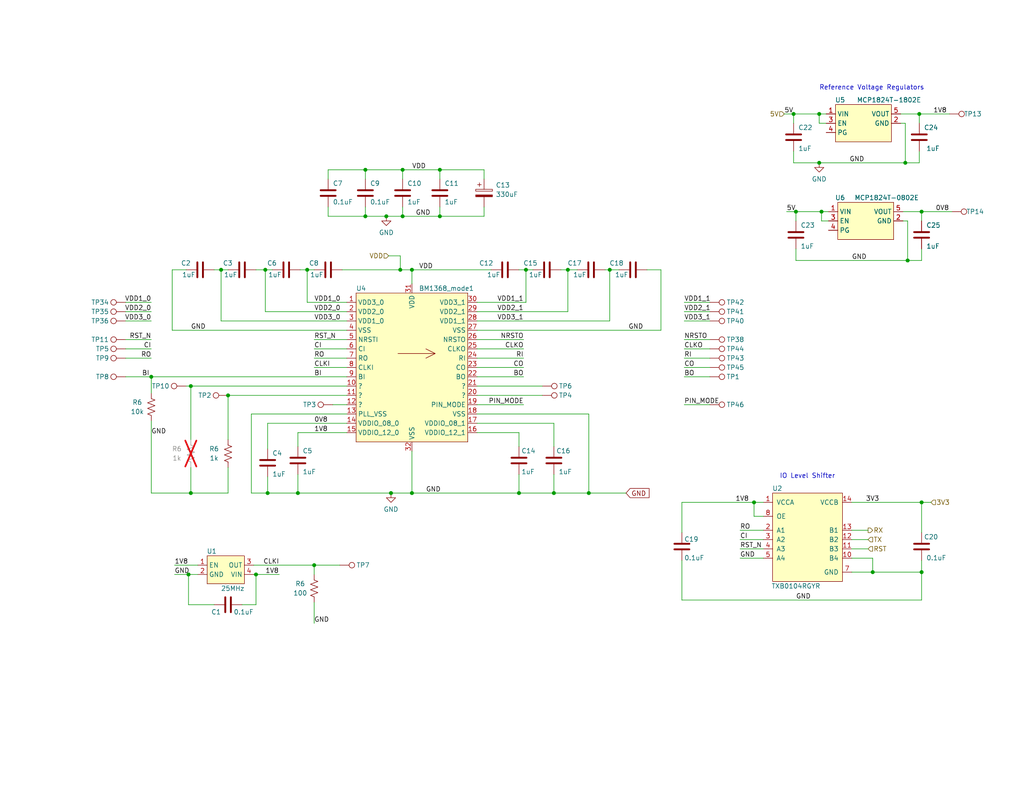
<source format=kicad_sch>
(kicad_sch (version 20230121) (generator eeschema)
  (paper "A")
  (title_block (title "Bitaxe Supra") (date "2024-01-23") (rev "400"))
  (lib_symbols
    (symbol "Connector:TestPoint" (pin_numbers hide) (pin_names (offset 0.762) hide)
      (property "Reference" "TP" (at 0 6.858 0))
      (property "Value" "TestPoint" (at 0 5.08 0))
      (symbol "TestPoint_0_1"
        (circle (center 0 3.302) (radius 0.762))
      )
      (symbol "TestPoint_1_1"
        (pin passive line (at 0 0 90) (length 2.54) (name "1") (number "1"))
      )
    )
    (symbol "Device:C" (pin_numbers hide) (pin_names (offset 0.254))
      (property "Reference" "C" (at 0.635 2.54 0))
      (property "Value" "C" (at 0.635 -2.54 0))
      (symbol "C_0_1"
        (polyline (pts (xy -2.032 -0.762) (xy 2.032 -0.762)) (stroke (width 0.508)))
        (polyline (pts (xy -2.032 0.762) (xy 2.032 0.762)) (stroke (width 0.508)))
      )
      (symbol "C_1_1"
        (pin passive line (at 0 3.81 270) (length 2.794) (name "~") (number "1"))
        (pin passive line (at 0 -3.81 90) (length 2.794) (name "~") (number "2"))
      )
    )
    (symbol "Device:C_Polarized" (pin_numbers hide) (pin_names (offset 0.254))
      (property "Reference" "C" (at 0.635 2.54 0))
      (property "Value" "C_Polarized" (at 0.635 -2.54 0))
      (symbol "C_Polarized_0_1"
        (rectangle (start -2.286 0.508) (end 2.286 1.016))
        (polyline (pts (xy -1.778 2.286) (xy -0.762 2.286)))
        (polyline (pts (xy -1.27 2.794) (xy -1.27 1.778)))
        (rectangle (start 2.286 -0.508) (end -2.286 -1.016) (fill (type outline)))
      )
      (symbol "C_Polarized_1_1"
        (pin passive line (at 0 3.81 270) (length 2.794) (name "~") (number "1"))
        (pin passive line (at 0 -3.81 90) (length 2.794) (name "~") (number "2"))
      )
    )
    (symbol "Device:R_US" (pin_numbers hide) (pin_names (offset 0))
      (property "Reference" "R" (at 2.54 0 90))
      (property "Value" "R_US" (at -2.54 0 90))
      (symbol "R_US_0_1"
        (polyline (pts (xy 0 -2.286) (xy 0 -2.54)))
        (polyline (pts (xy 0 2.286) (xy 0 2.54)))
        (polyline (pts (xy 0 -0.762) (xy 1.016 -1.143) (xy 0 -1.524) (xy -1.016 -1.905) (xy 0 -2.286)))
        (polyline (pts (xy 0 0.762) (xy 1.016 0.381) (xy 0 0) (xy -1.016 -0.381) (xy 0 -0.762)))
        (polyline (pts (xy 0 2.286) (xy 1.016 1.905) (xy 0 1.524) (xy -1.016 1.143) (xy 0 0.762)))
      )
      (symbol "R_US_1_1"
        (pin passive line (at 0 3.81 270) (length 1.27) (name "~") (number "1"))
        (pin passive line (at 0 -3.81 90) (length 1.27) (name "~") (number "2"))
      )
    )
    (symbol "MCP1824_1"
      (property "Reference" "U" (at -7.62 5.08 0))
      (property "Value" "MCP1824_1" (at 5.08 5.08 0))
      (symbol "MCP1824_1_0_1"
        (rectangle (start -7.62 3.81) (end 7.62 -6.35) (stroke (width 0.1524)) (fill (type background)))
      )
      (symbol "MCP1824_1_1_0"
        (pin bidirectional line (at -10.16 1.27 0) (length 2.54) (name "VIN") (number "1"))
        (pin bidirectional line (at 10.16 -1.27 180) (length 2.54) (name "GND") (number "2"))
        (pin bidirectional line (at -10.16 -1.27 0) (length 2.54) (name "EN") (number "3"))
        (pin bidirectional line (at -10.16 -3.81 0) (length 2.54) (name "PG") (number "4"))
        (pin bidirectional line (at 10.16 1.27 180) (length 2.54) (name "VOUT") (number "5"))
      )
    )
    (symbol "bitaxe:BM1368_mode1"
      (property "Reference" "U" (at -13.97 21.59 0))
      (property "Value" "BM1368_mode1" (at 11.43 21.59 0))
      (symbol "BM1368_mode1_0_1"
        (rectangle (start -15.24 20.32) (end 15.24 -20.32) (fill (type background)))
        (polyline (pts (xy -3.81 3.81) (xy 6.35 3.81)))
        (polyline (pts (xy 3.81 2.54) (xy 6.35 3.81)))
        (polyline (pts (xy 3.81 5.08) (xy 6.35 3.81)))
      )
      (symbol "BM1368_mode1_1_1"
        (pin power_in line (at -17.78 17.78 0) (length 2.54) (name "VDD3_0") (number "1"))
        (pin unspecified line (at -17.78 -5.08 0) (length 2.54) (name "?") (number "10"))
        (pin unspecified line (at -17.78 -7.62 0) (length 2.54) (name "?") (number "11"))
        (pin unspecified line (at -17.78 -10.16 0) (length 2.54) (name "?") (number "12"))
        (pin power_in line (at -17.78 -12.7 0) (length 2.54) (name "PLL_VSS") (number "13"))
        (pin power_in line (at -17.78 -15.24 0) (length 2.54) (name "VDDIO_08_0") (number "14"))
        (pin power_in line (at -17.78 -17.78 0) (length 2.54) (name "VDDIO_12_0") (number "15"))
        (pin power_in line (at 17.78 -17.78 180) (length 2.54) (name "VDDIO_12_1") (number "16"))
        (pin power_in line (at 17.78 -15.24 180) (length 2.54) (name "VDDIO_08_1") (number "17"))
        (pin power_in line (at 17.78 -12.7 180) (length 2.54) (name "VSS") (number "18"))
        (pin input line (at 17.78 -10.16 180) (length 2.54) (name "PIN_MODE") (number "19"))
        (pin power_in line (at -17.78 15.24 0) (length 2.54) (name "VDD2_0") (number "2"))
        (pin unspecified line (at 17.78 -7.62 180) (length 2.54) (name "?") (number "20"))
        (pin unspecified line (at 17.78 -5.08 180) (length 2.54) (name "?") (number "21"))
        (pin output line (at 17.78 -2.54 180) (length 2.54) (name "BO") (number "22"))
        (pin output line (at 17.78 0 180) (length 2.54) (name "CO") (number "23"))
        (pin input line (at 17.78 2.54 180) (length 2.54) (name "RI") (number "24"))
        (pin output line (at 17.78 5.08 180) (length 2.54) (name "CLKO") (number "25"))
        (pin output line (at 17.78 7.62 180) (length 2.54) (name "NRSTO") (number "26"))
        (pin power_in line (at 17.78 10.16 180) (length 2.54) (name "VSS") (number "27"))
        (pin power_in line (at 17.78 12.7 180) (length 2.54) (name "VDD1_1") (number "28"))
        (pin power_in line (at 17.78 15.24 180) (length 2.54) (name "VDD2_1") (number "29"))
        (pin power_in line (at -17.78 12.7 0) (length 2.54) (name "VDD1_0") (number "3"))
        (pin power_in line (at 17.78 17.78 180) (length 2.54) (name "VDD3_1") (number "30"))
        (pin power_in line (at 0 22.86 270) (length 2.54) (name "VDD") (number "31"))
        (pin power_in line (at 0 -22.86 90) (length 2.54) (name "VSS") (number "32"))
        (pin power_in line (at -17.78 10.16 0) (length 2.54) (name "VSS") (number "4"))
        (pin input line (at -17.78 7.62 0) (length 2.54) (name "NRSTI") (number "5"))
        (pin input line (at -17.78 5.08 0) (length 2.54) (name "CI") (number "6"))
        (pin output line (at -17.78 2.54 0) (length 2.54) (name "RO") (number "7"))
        (pin input line (at -17.78 0 0) (length 2.54) (name "CLKI") (number "8"))
        (pin input line (at -17.78 -2.54 0) (length 2.54) (name "BI") (number "9"))
      )
    )
    (symbol "bitaxe:MCP1824"
      (property "Reference" "U" (at -7.62 5.08 0))
      (property "Value" "MCP1824" (at 5.08 5.08 0))
      (symbol "MCP1824_0_1"
        (rectangle (start -7.62 3.81) (end 7.62 -6.35) (stroke (width 0.1524)) (fill (type background)))
      )
      (symbol "MCP1824_1_0"
        (pin bidirectional line (at -10.16 1.27 0) (length 2.54) (name "VIN") (number "1"))
        (pin bidirectional line (at 10.16 -1.27 180) (length 2.54) (name "GND") (number "2"))
        (pin bidirectional line (at -10.16 -1.27 0) (length 2.54) (name "EN") (number "3"))
        (pin bidirectional line (at -10.16 -3.81 0) (length 2.54) (name "PG") (number "4"))
        (pin bidirectional line (at 10.16 1.27 180) (length 2.54) (name "VOUT") (number "5"))
      )
    )
    (symbol "bitaxe:TXB0104RGYR" (pin_names (offset 1.016))
      (property "Reference" "U" (at -8.89 12.7 0))
      (property "Value" "TXB0104RGYR" (at -8.89 -11.43 0))
      (symbol "TXB0104RGYR_0_0"
        (rectangle (start -8.89 12.7) (end 10.16 -11.43) (stroke (width 0.1524)) (fill (type background)))
        (pin power_in line (at -11.43 10.16 0) (length 2.54) (name "VCCA") (number "1"))
        (pin bidirectional line (at 12.7 -5.08 180) (length 2.54) (name "B4") (number "10"))
        (pin bidirectional line (at 12.7 -2.54 180) (length 2.54) (name "B3") (number "11"))
        (pin bidirectional line (at 12.7 0 180) (length 2.54) (name "B2") (number "12"))
        (pin bidirectional line (at 12.7 2.54 180) (length 2.54) (name "B1") (number "13"))
        (pin power_in line (at 12.7 10.16 180) (length 2.54) (name "VCCB") (number "14"))
        (pin passive line (at 12.7 -8.89 180) (length 2.54) hide (name "GND") (number "15"))
        (pin passive line (at 12.7 -8.89 180) (length 2.54) hide (name "GND") (number "16"))
        (pin passive line (at 12.7 -8.89 180) (length 2.54) hide (name "GND") (number "17"))
        (pin passive line (at 12.7 -8.89 180) (length 2.54) hide (name "GND") (number "18"))
        (pin passive line (at 12.7 -8.89 180) (length 2.54) hide (name "GND") (number "19"))
        (pin bidirectional line (at -11.43 2.54 0) (length 2.54) (name "A1") (number "2"))
        (pin bidirectional line (at -11.43 0 0) (length 2.54) (name "A2") (number "3"))
        (pin bidirectional line (at -11.43 -2.54 0) (length 2.54) (name "A3") (number "4"))
        (pin bidirectional line (at -11.43 -5.08 0) (length 2.54) (name "A4") (number "5"))
        (pin power_in line (at 12.7 -8.89 180) (length 2.54) (name "GND") (number "7"))
        (pin input line (at -11.43 6.35 0) (length 2.54) (name "OE") (number "8"))
      )
      (symbol "TXB0104RGYR_1_1"
        (pin no_connect line (at -11.43 -8.89 0) (length 2.54) hide (name "NC") (number "6"))
        (pin no_connect line (at -11.43 -8.89 0) (length 2.54) hide (name "NC") (number "9"))
      )
    )
    (symbol "bitaxe:oscillator"
      (property "Reference" "U" (at -3.81 5.08 0))
      (property "Value" "oscillator" (at 0 -5.08 0))
      (symbol "oscillator_0_1"
        (rectangle (start -5.08 3.81) (end 5.08 -3.81) (stroke (width 0.1524)) (fill (type background)))
      )
      (symbol "oscillator_1_0"
        (pin bidirectional line (at -7.62 1.27 0) (length 2.54) (name "EN") (number "1"))
        (pin bidirectional line (at -7.62 -1.27 0) (length 2.54) (name "GND") (number "2"))
        (pin bidirectional line (at 7.62 1.27 180) (length 2.54) (name "OUT") (number "3"))
        (pin bidirectional line (at 7.62 -1.27 180) (length 2.54) (name "VIN") (number "4"))
      )
    )
    (symbol "power:GND" (power) (pin_names (offset 0))
      (property "Value" "GND" (at 0 -3.81 0))
      (symbol "GND_0_1"
        (polyline (pts (xy 0 0) (xy 0 -1.27) (xy 1.27 -1.27) (xy 0 -2.54) (xy -1.27 -1.27) (xy 0 -1.27)))
      )
      (symbol "GND_1_1"
        (pin power_in line (at 0 0 270) (length 0) hide (name "GND") (number "1"))
      )
    )
  )
  (junction (at 120.015 46.355))
  (junction (at 112.395 134.62))
  (junction (at 143.51 73.66))
  (junction (at 223.52 44.45))
  (junction (at 154.94 73.66))
  (junction (at 216.535 31.115) (diameter 0.9144))
  (junction (at 81.28 134.62))
  (junction (at 224.155 57.785))
  (junction (at 251.46 156.21))
  (junction (at 105.41 59.055))
  (junction (at 60.325 73.66))
  (junction (at 73.025 134.62))
  (junction (at 106.68 134.62))
  (junction (at 247.65 71.12) (diameter 0.9144))
  (junction (at 51.435 156.845))
  (junction (at 250.825 31.115) (diameter 0.9144))
  (junction (at 62.23 107.95))
  (junction (at 151.13 134.62))
  (junction (at 217.17 57.785) (diameter 0.9144))
  (junction (at 41.275 102.87))
  (junction (at 247.015 44.45) (diameter 0.9144))
  (junction (at 223.52 31.115))
  (junction (at 109.22 73.66))
  (junction (at 99.695 46.355) (diameter 0.9144))
  (junction (at 112.395 73.66))
  (junction (at 99.695 59.055) (diameter 0.9144))
  (junction (at 72.39 73.66))
  (junction (at 120.015 59.055))
  (junction (at 160.655 134.62))
  (junction (at 109.855 46.355) (diameter 0.9144))
  (junction (at 85.725 154.305))
  (junction (at 109.855 59.055) (diameter 0.9144))
  (junction (at 52.07 134.62))
  (junction (at 83.82 73.66))
  (junction (at 205.74 137.16))
  (junction (at 238.125 156.21))
  (junction (at 69.85 156.845))
  (junction (at 52.07 105.41))
  (junction (at 141.605 134.62))
  (junction (at 166.37 73.66))
  (junction (at 251.46 137.16))
  (junction (at 251.46 57.785) (diameter 0.9144))
  (wire (pts (xy 47.625 154.305) (xy 53.975 154.305)))
  (wire (pts (xy 132.08 48.895) (xy 132.08 46.355)))
  (wire (pts (xy 69.215 156.845) (xy 69.85 156.845)))
  (wire (pts (xy 62.23 127.635) (xy 62.23 134.62)))
  (wire (pts (xy 34.29 85.09) (xy 41.275 85.09)))
  (wire (pts (xy 34.29 87.63) (xy 41.275 87.63)))
  (wire (pts (xy 166.37 87.63) (xy 166.37 73.66)))
  (wire (pts (xy 180.34 90.17) (xy 180.34 73.66)))
  (wire (pts (xy 73.025 115.57) (xy 73.025 122.555)))
  (wire (pts (xy 154.94 85.09) (xy 154.94 73.66)))
  (wire (pts (xy 85.725 95.25) (xy 94.615 95.25)))
  (wire (pts (xy 41.275 102.87) (xy 94.615 102.87)))
  (wire (pts (xy 186.69 95.25) (xy 193.675 95.25)))
  (wire (pts (xy 68.58 134.62) (xy 73.025 134.62)))
  (wire (pts (xy 51.435 156.845) (xy 53.975 156.845)))
  (wire (pts (xy 186.055 137.16) (xy 205.74 137.16)))
  (wire (pts (xy 238.125 152.4) (xy 238.125 156.21)))
  (wire (pts (xy 232.41 149.86) (xy 236.855 149.86)))
  (wire (pts (xy 105.41 59.055) (xy 99.695 59.055)))
  (wire (pts (xy 109.22 73.66) (xy 112.395 73.66)))
  (wire (pts (xy 112.395 134.62) (xy 141.605 134.62)))
  (wire (pts (xy 250.825 41.275) (xy 250.825 44.45)))
  (wire (pts (xy 85.725 100.33) (xy 94.615 100.33)))
  (wire (pts (xy 160.655 113.03) (xy 160.655 134.62)))
  (wire (pts (xy 247.015 33.655) (xy 245.745 33.655)))
  (wire (pts (xy 217.17 57.785) (xy 224.155 57.785)))
  (wire (pts (xy 69.85 156.845) (xy 76.2 156.845)))
  (wire (pts (xy 130.175 105.41) (xy 147.955 105.41)))
  (wire (pts (xy 151.13 129.54) (xy 151.13 134.62)))
  (wire (pts (xy 186.69 85.09) (xy 193.675 85.09)))
  (wire (pts (xy 201.93 149.86) (xy 208.28 149.86)))
  (wire (pts (xy 47.625 156.845) (xy 51.435 156.845)))
  (wire (pts (xy 62.23 107.95) (xy 62.23 120.015)))
  (wire (pts (xy 186.69 92.71) (xy 193.675 92.71)))
  (wire (pts (xy 130.175 92.71) (xy 142.875 92.71)))
  (wire (pts (xy 251.46 156.21) (xy 251.46 163.83)))
  (wire (pts (xy 130.175 82.55) (xy 143.51 82.55)))
  (wire (pts (xy 247.65 60.325) (xy 246.38 60.325)))
  (wire (pts (xy 69.85 165.1) (xy 69.85 156.845)))
  (wire (pts (xy 99.695 48.895) (xy 99.695 46.355)))
  (wire (pts (xy 250.825 44.45) (xy 247.015 44.45)))
  (wire (pts (xy 109.855 56.515) (xy 109.855 59.055)))
  (wire (pts (xy 217.17 67.945) (xy 217.17 71.12)))
  (wire (pts (xy 208.28 140.97) (xy 205.74 140.97)))
  (wire (pts (xy 81.28 118.11) (xy 94.615 118.11)))
  (wire (pts (xy 52.07 127.635) (xy 52.07 134.62)))
  (wire (pts (xy 130.175 113.03) (xy 160.655 113.03)))
  (wire (pts (xy 66.04 165.1) (xy 69.85 165.1)))
  (wire (pts (xy 232.41 152.4) (xy 238.125 152.4)))
  (wire (pts (xy 217.17 57.785) (xy 217.17 60.325)))
  (wire (pts (xy 85.725 154.305) (xy 92.71 154.305)))
  (wire (pts (xy 247.65 71.12) (xy 217.17 71.12)))
  (wire (pts (xy 141.605 73.66) (xy 143.51 73.66)))
  (wire (pts (xy 251.46 67.945) (xy 251.46 71.12)))
  (wire (pts (xy 201.93 144.78) (xy 208.28 144.78)))
  (wire (pts (xy 109.855 48.895) (xy 109.855 46.355)))
  (wire (pts (xy 34.29 102.87) (xy 41.275 102.87)))
  (wire (pts (xy 251.46 57.785) (xy 259.715 57.785)))
  (wire (pts (xy 81.915 73.66) (xy 83.82 73.66)))
  (wire (pts (xy 186.69 102.87) (xy 193.675 102.87)))
  (wire (pts (xy 153.035 73.66) (xy 154.94 73.66)))
  (wire (pts (xy 251.46 71.12) (xy 247.65 71.12)))
  (wire (pts (xy 109.22 69.85) (xy 109.22 73.66)))
  (wire (pts (xy 34.29 92.71) (xy 41.275 92.71)))
  (wire (pts (xy 224.155 60.325) (xy 224.155 57.785)))
  (wire (pts (xy 216.535 41.275) (xy 216.535 44.45)))
  (wire (pts (xy 72.39 73.66) (xy 74.295 73.66)))
  (wire (pts (xy 223.52 31.115) (xy 225.425 31.115)))
  (wire (pts (xy 160.655 134.62) (xy 170.815 134.62)))
  (wire (pts (xy 81.28 118.11) (xy 81.28 121.92)))
  (wire (pts (xy 60.325 87.63) (xy 60.325 73.66)))
  (wire (pts (xy 247.65 60.325) (xy 247.65 71.12)))
  (wire (pts (xy 120.015 59.055) (xy 109.855 59.055)))
  (wire (pts (xy 69.85 73.66) (xy 72.39 73.66)))
  (wire (pts (xy 251.46 137.16) (xy 254 137.16)))
  (wire (pts (xy 251.46 137.16) (xy 251.46 145.415)))
  (wire (pts (xy 112.395 123.19) (xy 112.395 134.62)))
  (wire (pts (xy 34.29 97.79) (xy 41.275 97.79)))
  (wire (pts (xy 73.025 130.175) (xy 73.025 134.62)))
  (wire (pts (xy 46.99 73.66) (xy 50.8 73.66)))
  (wire (pts (xy 143.51 73.66) (xy 145.415 73.66)))
  (wire (pts (xy 73.025 134.62) (xy 81.28 134.62)))
  (wire (pts (xy 52.07 134.62) (xy 62.23 134.62)))
  (wire (pts (xy 186.69 97.79) (xy 193.675 97.79)))
  (wire (pts (xy 232.41 147.32) (xy 236.855 147.32)))
  (wire (pts (xy 130.175 87.63) (xy 166.37 87.63)))
  (wire (pts (xy 223.52 33.655) (xy 225.425 33.655)))
  (wire (pts (xy 232.41 156.21) (xy 238.125 156.21)))
  (wire (pts (xy 130.175 90.17) (xy 180.34 90.17)))
  (wire (pts (xy 34.29 82.55) (xy 41.275 82.55)))
  (wire (pts (xy 130.175 110.49) (xy 142.875 110.49)))
  (wire (pts (xy 83.82 82.55) (xy 94.615 82.55)))
  (wire (pts (xy 99.695 59.055) (xy 89.535 59.055)))
  (wire (pts (xy 133.985 73.66) (xy 112.395 73.66)))
  (wire (pts (xy 151.13 115.57) (xy 151.13 121.92)))
  (wire (pts (xy 60.325 73.66) (xy 62.23 73.66)))
  (wire (pts (xy 85.725 164.465) (xy 85.725 170.18)))
  (wire (pts (xy 224.155 57.785) (xy 226.06 57.785)))
  (wire (pts (xy 93.345 73.66) (xy 109.22 73.66)))
  (wire (pts (xy 73.025 115.57) (xy 94.615 115.57)))
  (wire (pts (xy 89.535 56.515) (xy 89.535 59.055)))
  (wire (pts (xy 247.015 33.655) (xy 247.015 44.45)))
  (wire (pts (xy 109.855 59.055) (xy 105.41 59.055)))
  (wire (pts (xy 165.1 73.66) (xy 166.37 73.66)))
  (wire (pts (xy 109.855 46.355) (xy 120.015 46.355)))
  (wire (pts (xy 130.175 95.25) (xy 142.875 95.25)))
  (wire (pts (xy 58.42 73.66) (xy 60.325 73.66)))
  (wire (pts (xy 232.41 144.78) (xy 236.855 144.78)))
  (wire (pts (xy 52.07 105.41) (xy 94.615 105.41)))
  (wire (pts (xy 246.38 57.785) (xy 251.46 57.785)))
  (wire (pts (xy 130.175 100.33) (xy 142.875 100.33)))
  (wire (pts (xy 50.8 105.41) (xy 52.07 105.41)))
  (wire (pts (xy 120.015 48.895) (xy 120.015 46.355)))
  (wire (pts (xy 106.045 69.85) (xy 109.22 69.85)))
  (wire (pts (xy 72.39 85.09) (xy 72.39 73.66)))
  (wire (pts (xy 85.725 92.71) (xy 94.615 92.71)))
  (wire (pts (xy 130.175 107.95) (xy 147.955 107.95)))
  (wire (pts (xy 238.125 156.21) (xy 251.46 156.21)))
  (wire (pts (xy 216.535 31.115) (xy 223.52 31.115)))
  (wire (pts (xy 213.995 31.115) (xy 216.535 31.115)))
  (wire (pts (xy 94.615 107.95) (xy 62.23 107.95)))
  (wire (pts (xy 216.535 31.115) (xy 216.535 33.655)))
  (wire (pts (xy 141.605 129.54) (xy 141.605 134.62)))
  (wire (pts (xy 224.155 60.325) (xy 226.06 60.325)))
  (wire (pts (xy 81.28 129.54) (xy 81.28 134.62)))
  (wire (pts (xy 52.07 134.62) (xy 41.275 134.62)))
  (wire (pts (xy 214.63 57.785) (xy 217.17 57.785)))
  (wire (pts (xy 186.69 87.63) (xy 193.675 87.63)))
  (wire (pts (xy 72.39 85.09) (xy 94.615 85.09)))
  (wire (pts (xy 90.805 110.49) (xy 94.615 110.49)))
  (wire (pts (xy 69.215 154.305) (xy 85.725 154.305)))
  (wire (pts (xy 245.745 31.115) (xy 250.825 31.115)))
  (wire (pts (xy 143.51 82.55) (xy 143.51 73.66)))
  (wire (pts (xy 130.175 118.11) (xy 141.605 118.11)))
  (wire (pts (xy 251.46 153.035) (xy 251.46 156.21)))
  (wire (pts (xy 99.695 56.515) (xy 99.695 59.055)))
  (wire (pts (xy 130.175 115.57) (xy 151.13 115.57)))
  (wire (pts (xy 130.175 85.09) (xy 154.94 85.09)))
  (wire (pts (xy 201.93 152.4) (xy 208.28 152.4)))
  (wire (pts (xy 41.275 114.935) (xy 41.275 134.62)))
  (wire (pts (xy 141.605 118.11) (xy 141.605 121.92)))
  (wire (pts (xy 186.055 153.035) (xy 186.055 163.83)))
  (wire (pts (xy 186.69 110.49) (xy 193.675 110.49)))
  (wire (pts (xy 154.94 73.66) (xy 157.48 73.66)))
  (wire (pts (xy 112.395 73.66) (xy 112.395 77.47)))
  (wire (pts (xy 180.34 73.66) (xy 176.53 73.66)))
  (wire (pts (xy 60.325 87.63) (xy 94.615 87.63)))
  (wire (pts (xy 151.13 134.62) (xy 160.655 134.62)))
  (wire (pts (xy 85.725 97.79) (xy 94.615 97.79)))
  (wire (pts (xy 89.535 46.355) (xy 99.695 46.355)))
  (wire (pts (xy 250.825 31.115) (xy 250.825 33.655)))
  (wire (pts (xy 223.52 44.45) (xy 216.535 44.45)))
  (wire (pts (xy 130.175 97.79) (xy 142.875 97.79)))
  (wire (pts (xy 41.275 102.87) (xy 41.275 107.315)))
  (wire (pts (xy 166.37 73.66) (xy 168.91 73.66)))
  (wire (pts (xy 251.46 57.785) (xy 251.46 60.325)))
  (wire (pts (xy 68.58 113.03) (xy 68.58 134.62)))
  (wire (pts (xy 120.015 46.355) (xy 132.08 46.355)))
  (wire (pts (xy 250.825 31.115) (xy 259.08 31.115)))
  (wire (pts (xy 186.055 145.415) (xy 186.055 137.16)))
  (wire (pts (xy 223.52 33.655) (xy 223.52 31.115)))
  (wire (pts (xy 99.695 46.355) (xy 109.855 46.355)))
  (wire (pts (xy 141.605 134.62) (xy 151.13 134.62)))
  (wire (pts (xy 232.41 137.16) (xy 251.46 137.16)))
  (wire (pts (xy 132.08 56.515) (xy 132.08 59.055)))
  (wire (pts (xy 58.42 165.1) (xy 51.435 165.1)))
  (wire (pts (xy 186.69 100.33) (xy 193.675 100.33)))
  (wire (pts (xy 120.015 56.515) (xy 120.015 59.055)))
  (wire (pts (xy 85.725 154.305) (xy 85.725 156.845)))
  (wire (pts (xy 89.535 48.895) (xy 89.535 46.355)))
  (wire (pts (xy 83.82 73.66) (xy 85.725 73.66)))
  (wire (pts (xy 94.615 90.17) (xy 46.99 90.17)))
  (wire (pts (xy 205.74 140.97) (xy 205.74 137.16)))
  (wire (pts (xy 94.615 113.03) (xy 68.58 113.03)))
  (wire (pts (xy 81.28 134.62) (xy 106.68 134.62)))
  (wire (pts (xy 186.69 82.55) (xy 193.675 82.55)))
  (wire (pts (xy 83.82 73.66) (xy 83.82 82.55)))
  (wire (pts (xy 34.29 95.25) (xy 41.275 95.25)))
  (wire (pts (xy 205.74 137.16) (xy 208.28 137.16)))
  (wire (pts (xy 201.93 147.32) (xy 208.28 147.32)))
  (wire (pts (xy 186.055 163.83) (xy 251.46 163.83)))
  (wire (pts (xy 51.435 165.1) (xy 51.435 156.845)))
  (wire (pts (xy 52.07 105.41) (xy 52.07 120.015)))
  (wire (pts (xy 120.015 59.055) (xy 132.08 59.055)))
  (wire (pts (xy 130.175 102.87) (xy 142.875 102.87)))
  (wire (pts (xy 46.99 90.17) (xy 46.99 73.66)))
  (wire (pts (xy 106.68 134.62) (xy 112.395 134.62)))
  (wire (pts (xy 247.015 44.45) (xy 223.52 44.45)))
  (text "Reference Voltage Regulators" (at 223.52 24.765 0) (effects (font (size 1.27 1.27)) (justify left bottom)))
  (text "IO Level Shifter" (at 212.725 130.81 0) (effects (font (size 1.27 1.27)) (justify left bottom)))
  (label "VDD1_0" (at 85.725 82.55 0))
  (label "GND" (at 231.775 44.45 0))
  (label "NRSTO" (at 142.875 92.71 180))
  (label "GND" (at 171.45 90.17 0))
  (label "BO" (at 142.875 102.87 180))
  (label "VDD1_1" (at 186.69 82.55 0))
  (label "CLKO" (at 186.69 95.25 0))
  (label "1V8" (at 254.635 31.115 0))
  (label "CO" (at 186.69 100.33 0))
  (label "PIN_MODE" (at 142.875 110.49 180))
  (label "VDD2_1" (at 142.875 85.09 180))
  (label "VDD2_1" (at 186.69 85.09 0))
  (label "RI" (at 186.69 97.79 0))
  (label "GND" (at 52.07 90.17 0))
  (label "BI" (at 38.735 102.87 0))
  (label "GND" (at 116.205 134.62 0))
  (label "5V" (at 214.63 57.785 0))
  (label "RO" (at 201.93 144.78 0))
  (label "1V8" (at 47.625 154.305 0))
  (label "VDD" (at 114.3 73.66 0))
  (label "0V8" (at 255.27 57.785 0))
  (label "RO" (at 41.275 97.79 180))
  (label "VDD3_1" (at 186.69 87.63 0))
  (label "CLKO" (at 142.875 95.25 180))
  (label "GND" (at 47.625 156.845 0))
  (label "VDD3_0" (at 85.725 87.63 0))
  (label "5V" (at 213.995 31.115 0))
  (label "VDD" (at 112.395 46.355 0))
  (label "RO" (at 85.725 97.79 0))
  (label "GND" (at 41.275 118.745 0))
  (label "VDD1_1" (at 142.875 82.55 180))
  (label "BO" (at 186.69 102.87 0))
  (label "1V8" (at 200.66 137.16 0))
  (label "CLKI" (at 85.725 100.33 0))
  (label "CO" (at 142.875 100.33 180))
  (label "RST_N" (at 85.725 92.71 0))
  (label "VDD3_0" (at 41.275 87.63 180))
  (label "1V8" (at 85.725 118.11 0))
  (label "GND" (at 232.41 71.12 0))
  (label "GND" (at 201.93 152.4 0))
  (label "NRSTO" (at 186.69 92.71 0))
  (label "RI" (at 142.875 97.79 180))
  (label "GND" (at 85.725 170.18 0))
  (label "VDD1_0" (at 41.275 82.55 180))
  (label "PIN_MODE" (at 186.69 110.49 0))
  (label "VDD2_0" (at 85.725 85.09 0))
  (label "BI" (at 85.725 102.87 0))
  (label "GND" (at 217.17 163.83 0))
  (label "CLKI" (at 76.2 154.305 180))
  (label "VDD2_0" (at 41.275 85.09 180))
  (label "CI" (at 41.275 95.25 180))
  (label "CI" (at 201.93 147.32 0))
  (label "CI" (at 85.725 95.25 0))
  (label "VDD3_1" (at 142.875 87.63 180))
  (label "1V8" (at 72.39 156.845 0))
  (label "0V8" (at 85.725 115.57 0))
  (label "GND" (at 117.475 59.055 180))
  (label "RST_N" (at 201.93 149.86 0))
  (label "3V3" (at 236.22 137.16 0))
  (label "RST_N" (at 41.275 92.71 180))
  (global_label "GND" (shape input) (at 170.815 134.62 0) (property "Intersheetrefs" "${INTERSHEET_REFS}" (effects hide)))
  (hierarchical_label "RST" (shape input) (at 236.855 149.86 0))
  (hierarchical_label "5V" (shape input) (at 213.995 31.115 180))
  (hierarchical_label "3V3" (shape input) (at 254 137.16 0))
  (hierarchical_label "TX" (shape input) (at 236.855 147.32 0))
  (hierarchical_label "VDD" (shape input) (at 106.045 69.85 180))
  (hierarchical_label "RX" (shape output) (at 236.855 144.78 0))
  (symbol (lib_id "Connector:TestPoint") (at 34.29 87.63 90) (unit 1) (in_bom no)
    (property "Reference" "TP36" (at 27.305 87.63 90))
    (property "Value" "TestPoint" (effects hide))
    (property "Footprint" "TestPoint:TestPoint_Pad_D1.5mm" (effects hide))
  )
  (symbol (lib_id "Device:C") (at 250.825 37.465 0) (unit 1)
    (property "Reference" "C24" (at 252.095 35.56 0) (effects (justify left bottom)))
    (property "Value" "1uF" (at 252.73 41.275 0) (effects (justify left bottom)))
    (property "Footprint" "Capacitor_SMD:C_0402_1005Metric" (effects hide))
    (property "DK" "587-5514-1-ND" (effects hide))
    (property "PARTNO" "EMK105BJ105MV-F" (effects hide))
  )
  (symbol (lib_id "Connector:TestPoint") (at 147.955 107.95 270) (unit 1) (in_bom no)
    (property "Reference" "TP4" (at 154.305 107.95 90))
    (property "Value" "TestPoint" (effects hide))
    (property "Footprint" "TestPoint:TestPoint_Pad_D1.5mm" (effects hide))
  )
  (symbol (lib_id "Device:C") (at 216.535 37.465 0) (unit 1)
    (property "Reference" "C22" (at 217.805 35.56 0) (effects (justify left bottom)))
    (property "Value" "1uF" (at 217.805 41.275 0) (effects (justify left bottom)))
    (property "Footprint" "Capacitor_SMD:C_0402_1005Metric" (effects hide))
    (property "DK" "587-5514-1-ND" (effects hide))
    (property "PARTNO" "EMK105BJ105MV-F" (effects hide))
  )
  (symbol (lib_id "Device:C") (at 89.535 52.705 0) (unit 1)
    (property "Reference" "C7" (at 90.805 50.8 0) (effects (justify left bottom)))
    (property "Value" "0.1uF" (at 90.805 55.88 0) (effects (justify left bottom)))
    (property "Footprint" "Capacitor_SMD:C_0402_1005Metric" (effects hide))
    (property "DK" "1292-1639-1-ND" (effects hide))
    (property "PARTNO" "0402X104K100CT" (effects hide))
  )
  (symbol (lib_id "Connector:TestPoint") (at 193.675 100.33 270) (unit 1) (in_bom no)
    (property "Reference" "TP45" (at 200.66 100.33 90))
    (property "Value" "TestPoint" (effects hide))
    (property "Footprint" "TestPoint:TestPoint_Pad_D1.5mm" (effects hide))
  )
  (symbol (lib_id "Device:C") (at 172.72 73.66 90) (unit 1)
    (property "Reference" "C18" (at 170.18 71.12 90) (effects (justify left bottom)))
    (property "Value" "1uF" (at 171.45 74.295 90) (effects (justify left bottom)))
    (property "Footprint" "Capacitor_SMD:C_0402_1005Metric" (effects hide))
    (property "DK" "587-5514-1-ND" (effects hide))
    (property "PARTNO" "EMK105BJ105MV-F" (effects hide))
  )
  (symbol (lib_id "power:GND") (at 106.68 134.62 0) (mirror y) (unit 1)
    (property "Reference" "#PWR02" (effects hide))
    (property "Value" "GND" (at 106.68 139.065 0))
  )
  (symbol (lib_id "Connector:TestPoint") (at 34.29 85.09 90) (unit 1) (in_bom no)
    (property "Reference" "TP35" (at 27.305 85.09 90))
    (property "Value" "TestPoint" (effects hide))
    (property "Footprint" "TestPoint:TestPoint_Pad_D1.5mm" (effects hide))
  )
  (symbol (lib_id "Connector:TestPoint") (at 34.29 97.79 90) (unit 1) (in_bom no)
    (property "Reference" "TP9" (at 27.94 97.79 90))
    (property "Value" "TestPoint" (effects hide))
    (property "Footprint" "TestPoint:TestPoint_Pad_D1.5mm" (effects hide))
  )
  (symbol (lib_id "Device:C") (at 161.29 73.66 90) (unit 1)
    (property "Reference" "C17" (at 158.75 71.12 90) (effects (justify left bottom)))
    (property "Value" "1uF" (at 160.02 74.295 90) (effects (justify left bottom)))
    (property "Footprint" "Capacitor_SMD:C_0402_1005Metric" (effects hide))
    (property "DK" "587-5514-1-ND" (effects hide))
    (property "PARTNO" "EMK105BJ105MV-F" (effects hide))
  )
  (symbol (lib_id "Device:R_US") (at 85.725 160.655 180) (unit 1)
    (property "Reference" "R6" (at 81.915 159.385 0))
    (property "Value" "100" (at 81.915 161.925 0))
    (property "Footprint" "Resistor_SMD:R_0402_1005Metric" (effects hide))
    (property "DK" "311-100LRCT-ND" (effects hide))
    (property "PARTNO" "RC0402FR-07100RL" (effects hide))
  )
  (symbol (lib_id "Connector:TestPoint") (at 62.23 107.95 90) (unit 1) (in_bom no)
    (property "Reference" "TP2" (at 55.88 107.95 90))
    (property "Value" "TestPoint" (effects hide))
    (property "Footprint" "TestPoint:TestPoint_Pad_D1.5mm" (effects hide))
  )
  (symbol (lib_id "bitaxe:BM1368_mode1") (at 112.395 100.33 0) (unit 1)
    (property "Reference" "U4" (at 97.155 78.74 0) (effects (justify left)))
    (property "Value" "BM1368_mode1" (at 114.3 78.74 0) (effects (justify left)))
    (property "Footprint" "bitaxe:BM1368" (effects hide))
  )
  (symbol (lib_id "Connector:TestPoint") (at 193.675 87.63 270) (unit 1) (in_bom no)
    (property "Reference" "TP40" (at 200.66 87.63 90))
    (property "Value" "TestPoint" (effects hide))
    (property "Footprint" "TestPoint:TestPoint_Pad_D1.5mm" (effects hide))
  )
  (symbol (lib_id "Device:C") (at 251.46 149.225 0) (unit 1)
    (property "Reference" "C20" (at 252.095 147.32 0) (effects (justify left bottom)))
    (property "Value" "0.1uF" (at 252.73 153.035 0) (effects (justify left bottom)))
    (property "Footprint" "Capacitor_SMD:C_0402_1005Metric" (effects hide))
    (property "DK" "1292-1639-1-ND" (effects hide))
    (property "PARTNO" "0402X104K100CT" (effects hide))
  )
  (symbol (lib_id "bitaxe:oscillator") (at 61.595 155.575 0) (unit 1)
    (property "Reference" "U1" (at 57.785 150.495 0))
    (property "Value" "25MHz" (at 63.5 160.655 0))
    (property "Footprint" "bitaxe:O 25,0-JO32-B-1V3-1-T1-LF" (effects hide))
    (property "Datasheet" "https://www.jauch.com/downloadfile/5ef1edcfb8e2f73163c8ce8009ef659d1/jo32-1.8-3.3v.pdf" (effects hide))
    (property "DK" "1908-O250-JO32-B-1V3-1-T1-LFCT-ND" (effects hide))
    (property "PARTNO" "O 25,0-JO32-B-1V3-1-T1-LF" (effects hide))
  )
  (symbol (lib_id "Device:C") (at 99.695 52.705 0) (unit 1)
    (property "Reference" "C9" (at 100.965 50.8 0) (effects (justify left bottom)))
    (property "Value" "0.1uF" (at 100.965 55.88 0) (effects (justify left bottom)))
    (property "Footprint" "Capacitor_SMD:C_0402_1005Metric" (effects hide))
    (property "DK" "1292-1639-1-ND" (effects hide))
    (property "PARTNO" "0402X104K100CT" (effects hide))
  )
  (symbol (lib_id "Device:C") (at 186.055 149.225 0) (unit 1)
    (property "Reference" "C19" (at 186.69 147.955 0) (effects (justify left bottom)))
    (property "Value" "0.1uF" (at 186.69 153.035 0) (effects (justify left bottom)))
    (property "Footprint" "Capacitor_SMD:C_0402_1005Metric" (effects hide))
    (property "DK" "1292-1639-1-ND" (effects hide))
    (property "PARTNO" "0402X104K100CT" (effects hide))
  )
  (symbol (lib_id "Device:C_Polarized") (at 132.08 52.705 0) (unit 1)
    (property "Reference" "C13" (at 135.255 50.5459 0) (effects (justify left)))
    (property "Value" "330uF" (at 135.255 53.0859 0) (effects (justify left)))
    (property "Footprint" "Capacitor_Tantalum_SMD:CP_EIA-7343-31_Kemet-D_Pad2.25x2.55mm_HandSolder" (effects hide))
    (property "DK" "718-1028-1-ND" (effects hide))
    (property "PARTNO" "293D337X9010E2TE3" (effects hide))
  )
  (symbol (lib_id "Connector:TestPoint") (at 193.675 82.55 270) (unit 1) (in_bom no)
    (property "Reference" "TP42" (at 200.66 82.55 90))
    (property "Value" "TestPoint" (effects hide))
    (property "Footprint" "TestPoint:TestPoint_Pad_D1.5mm" (effects hide))
  )
  (symbol (lib_id "Connector:TestPoint") (at 193.675 97.79 270) (unit 1) (in_bom no)
    (property "Reference" "TP43" (at 200.66 97.79 90))
    (property "Value" "TestPoint" (effects hide))
    (property "Footprint" "TestPoint:TestPoint_Pad_D1.5mm" (effects hide))
  )
  (symbol (lib_id "Connector:TestPoint") (at 34.29 82.55 90) (unit 1) (in_bom no)
    (property "Reference" "TP34" (at 27.305 82.55 90))
    (property "Value" "TestPoint" (effects hide))
    (property "Footprint" "TestPoint:TestPoint_Pad_D1.5mm" (effects hide))
  )
  (symbol (lib_id "Device:C") (at 62.23 165.1 90) (unit 1)
    (property "Reference" "C1" (at 60.325 166.37 90) (effects (justify left bottom)))
    (property "Value" "0.1uF" (at 69.215 166.37 90) (effects (justify left bottom)))
    (property "Footprint" "Capacitor_SMD:C_0402_1005Metric" (effects hide))
    (property "DK" "1292-1639-1-ND" (effects hide))
    (property "PARTNO" "0402X104K100CT" (effects hide))
  )
  (symbol (lib_id "Connector:TestPoint") (at 259.715 57.785 270) (mirror x) (unit 1) (in_bom no)
    (property "Reference" "TP14" (at 266.065 57.785 90))
    (property "Value" "TestPoint" (effects hide))
    (property "Footprint" "TestPoint:TestPoint_Pad_D1.5mm" (effects hide))
  )
  (symbol (lib_id "Connector:TestPoint") (at 193.675 92.71 270) (unit 1) (in_bom no)
    (property "Reference" "TP38" (at 200.66 92.71 90))
    (property "Value" "TestPoint" (effects hide))
    (property "Footprint" "TestPoint:TestPoint_Pad_D1.5mm" (effects hide))
  )
  (symbol (lib_id "Connector:TestPoint") (at 34.29 102.87 90) (unit 1) (in_bom no)
    (property "Reference" "TP8" (at 27.94 102.87 90))
    (property "Value" "TestPoint" (effects hide))
    (property "Footprint" "TestPoint:TestPoint_Pad_D1.5mm" (effects hide))
  )
  (symbol (lib_id "Device:C") (at 137.795 73.66 90) (unit 1)
    (property "Reference" "C12" (at 134.62 71.12 90) (effects (justify left bottom)))
    (property "Value" "1uF" (at 136.525 74.295 90) (effects (justify left bottom)))
    (property "Footprint" "Capacitor_SMD:C_0402_1005Metric" (effects hide))
    (property "DK" "587-5514-1-ND" (effects hide))
    (property "PARTNO" "EMK105BJ105MV-F" (effects hide))
  )
  (symbol (lib_id "Device:C") (at 109.855 52.705 0) (unit 1)
    (property "Reference" "C10" (at 111.125 50.8 0) (effects (justify left bottom)))
    (property "Value" "1uF" (at 111.125 55.88 0) (effects (justify left bottom)))
    (property "Footprint" "Capacitor_SMD:C_0402_1005Metric" (effects hide))
    (property "DK" "587-5514-1-ND" (effects hide))
    (property "PARTNO" "EMK105BJ105MV-F" (effects hide))
  )
  (symbol (lib_name "MCP1824_1") (lib_id "bitaxe:MCP1824") (at 236.22 59.055 0) (unit 1)
    (property "Reference" "U6" (at 229.235 53.975 0))
    (property "Value" "MCP1824T-0802E" (at 241.935 53.975 0))
    (property "Footprint" "Package_TO_SOT_SMD:SOT-23-5" (effects hide))
    (property "Datasheet" "https://ww1.microchip.com/downloads/en/DeviceDoc/22070a.pdf" (effects hide))
    (property "PARTNO" "MCP1824T-0802E/OT" (effects hide))
    (property "DK" "MCP1824T-0802E/OTCT-ND" (effects hide))
  )
  (symbol (lib_id "bitaxe:TXB0104RGYR") (at 219.71 147.32 0) (unit 1)
    (property "Reference" "U2" (at 212.09 133.35 0))
    (property "Value" "TXB0104RGYR" (at 217.17 160.02 0))
    (property "Footprint" "bitaxe:TXB0104" (effects hide))
    (property "Datasheet" "https://www.ti.com/lit/ds/symlink/txb0104.pdf?HQS=dis-dk-null-digikeymode-dsf-pf-null-wwe&ts=1669420543825&ref_url=https%253A%252F%252Fwww.ti.com%252Fgeneral%252Fdocs%252Fsuppproductinfo.tsp%253FdistId%253D10%2526gotoUrl%253Dhttps%253A%252F%252Fwww.ti.com%252Flit%252Fgpn%252Ftxb0104" (effects hide))
    (property "DK" "296-21930-1-ND" (effects hide))
    (property "PARTNO" "TXB0104RGYR" (effects hide))
  )
  (symbol (lib_id "Device:C") (at 66.04 73.66 90) (unit 1)
    (property "Reference" "C3" (at 63.5 71.12 90) (effects (justify left bottom)))
    (property "Value" "1uF" (at 64.77 74.295 90) (effects (justify left bottom)))
    (property "Footprint" "Capacitor_SMD:C_0402_1005Metric" (effects hide))
    (property "DK" "587-5514-1-ND" (effects hide))
    (property "PARTNO" "EMK105BJ105MV-F" (effects hide))
  )
  (symbol (lib_id "power:GND") (at 223.52 44.45 0) (mirror y) (unit 1)
    (property "Reference" "#PWR04" (effects hide))
    (property "Value" "GND" (at 223.52 48.895 0))
  )
  (symbol (lib_id "Device:C") (at 120.015 52.705 0) (unit 1)
    (property "Reference" "C11" (at 121.285 50.8 0) (effects (justify left bottom)))
    (property "Value" "1uF" (at 121.285 55.88 0) (effects (justify left bottom)))
    (property "Footprint" "Capacitor_SMD:C_0402_1005Metric" (effects hide))
    (property "DK" "587-5514-1-ND" (effects hide))
    (property "PARTNO" "EMK105BJ105MV-F" (effects hide))
  )
  (symbol (lib_id "Connector:TestPoint") (at 34.29 92.71 90) (unit 1) (in_bom no)
    (property "Reference" "TP11" (at 27.305 92.71 90))
    (property "Value" "TestPoint" (effects hide))
    (property "Footprint" "TestPoint:TestPoint_Pad_D1.5mm" (effects hide))
  )
  (symbol (lib_id "Connector:TestPoint") (at 193.675 95.25 270) (unit 1) (in_bom no)
    (property "Reference" "TP44" (at 200.66 95.25 90))
    (property "Value" "TestPoint" (effects hide))
    (property "Footprint" "TestPoint:TestPoint_Pad_D1.5mm" (effects hide))
  )
  (symbol (lib_id "Device:C") (at 73.025 126.365 0) (unit 1)
    (property "Reference" "C4" (at 74.295 124.46 0) (effects (justify left bottom)))
    (property "Value" "1uF" (at 74.295 130.175 0) (effects (justify left bottom)))
    (property "Footprint" "Capacitor_SMD:C_0402_1005Metric" (effects hide))
    (property "DK" "587-5514-1-ND" (effects hide))
    (property "PARTNO" "EMK105BJ105MV-F" (effects hide))
  )
  (symbol (lib_id "Device:C") (at 141.605 125.73 0) (unit 1)
    (property "Reference" "C14" (at 142.24 123.825 0) (effects (justify left bottom)))
    (property "Value" "1uF" (at 142.24 129.54 0) (effects (justify left bottom)))
    (property "Footprint" "Capacitor_SMD:C_0402_1005Metric" (effects hide))
    (property "DK" "587-5514-1-ND" (effects hide))
    (property "PARTNO" "EMK105BJ105MV-F" (effects hide))
  )
  (symbol (lib_id "Device:C") (at 81.28 125.73 0) (unit 1)
    (property "Reference" "C5" (at 82.55 123.825 0) (effects (justify left bottom)))
    (property "Value" "1uF" (at 82.55 129.54 0) (effects (justify left bottom)))
    (property "Footprint" "Capacitor_SMD:C_0402_1005Metric" (effects hide))
    (property "DK" "587-5514-1-ND" (effects hide))
    (property "PARTNO" "EMK105BJ105MV-F" (effects hide))
  )
  (symbol (lib_id "Connector:TestPoint") (at 90.805 110.49 90) (unit 1) (in_bom no)
    (property "Reference" "TP3" (at 84.455 110.49 90))
    (property "Value" "TestPoint" (effects hide))
    (property "Footprint" "TestPoint:TestPoint_Pad_D1.5mm" (effects hide))
  )
  (symbol (lib_id "Connector:TestPoint") (at 147.955 105.41 270) (unit 1) (in_bom no)
    (property "Reference" "TP6" (at 154.305 105.41 90))
    (property "Value" "TestPoint" (effects hide))
    (property "Footprint" "TestPoint:TestPoint_Pad_D1.5mm" (effects hide))
  )
  (symbol (lib_id "Connector:TestPoint") (at 193.675 102.87 270) (unit 1) (in_bom no)
    (property "Reference" "TP1" (at 200.025 102.87 90))
    (property "Value" "TestPoint" (effects hide))
    (property "Footprint" "TestPoint:TestPoint_Pad_D1.5mm" (effects hide))
  )
  (symbol (lib_id "Connector:TestPoint") (at 92.71 154.305 270) (unit 1) (in_bom no)
    (property "Reference" "TP7" (at 99.06 154.305 90))
    (property "Value" "TestPoint" (effects hide))
    (property "Footprint" "TestPoint:TestPoint_Pad_D1.5mm" (effects hide))
  )
  (symbol (lib_id "Connector:TestPoint") (at 193.675 85.09 270) (unit 1) (in_bom no)
    (property "Reference" "TP41" (at 200.66 85.09 90))
    (property "Value" "TestPoint" (effects hide))
    (property "Footprint" "TestPoint:TestPoint_Pad_D1.5mm" (effects hide))
  )
  (symbol (lib_id "Connector:TestPoint") (at 259.08 31.115 270) (mirror x) (unit 1) (in_bom no)
    (property "Reference" "TP13" (at 265.43 31.115 90))
    (property "Value" "TestPoint" (effects hide))
    (property "Footprint" "TestPoint:TestPoint_Pad_D1.5mm" (effects hide))
  )
  (symbol (lib_id "Connector:TestPoint") (at 193.675 110.49 270) (unit 1) (in_bom no)
    (property "Reference" "TP46" (at 200.66 110.49 90))
    (property "Value" "TestPoint" (effects hide))
    (property "Footprint" "TestPoint:TestPoint_Pad_D1.5mm" (effects hide))
  )
  (symbol (lib_id "Connector:TestPoint") (at 50.8 105.41 90) (unit 1) (in_bom no)
    (property "Reference" "TP10" (at 43.815 105.41 90))
    (property "Value" "TestPoint" (effects hide))
    (property "Footprint" "TestPoint:TestPoint_Pad_D1.5mm" (effects hide))
  )
  (symbol (lib_id "bitaxe:MCP1824") (at 235.585 32.385 0) (unit 1)
    (property "Reference" "U5" (at 229.235 27.305 0))
    (property "Value" "MCP1824T-1802E" (at 242.57 27.305 0))
    (property "Footprint" "Package_TO_SOT_SMD:SOT-23-5" (effects hide))
    (property "Datasheet" "https://ww1.microchip.com/downloads/en/DeviceDoc/22070a.pdf" (effects hide))
    (property "PARTNO" "MCP1824T-1802E/OT" (effects hide))
    (property "DK" "MCP1824T-1802E/OTCT-ND" (effects hide))
  )
  (symbol (lib_id "power:GND") (at 105.41 59.055 0) (mirror y) (unit 1)
    (property "Reference" "#PWR01" (effects hide))
    (property "Value" "GND" (at 105.41 63.5 0))
  )
  (symbol (lib_id "Device:R_US") (at 41.275 111.125 180) (unit 1)
    (property "Reference" "R6" (at 37.465 109.855 0))
    (property "Value" "10k" (at 37.465 112.395 0))
    (property "Footprint" "Resistor_SMD:R_0402_1005Metric" (effects hide))
    (property "DK" "311-10KJRCT-ND" (effects hide))
    (property "PARTNO" "RC0402JR-0710KL" (effects hide))
  )
  (symbol (lib_id "Device:C") (at 217.17 64.135 0) (unit 1)
    (property "Reference" "C23" (at 218.44 62.23 0) (effects (justify left bottom)))
    (property "Value" "1uF" (at 218.44 67.945 0) (effects (justify left bottom)))
    (property "Footprint" "Capacitor_SMD:C_0402_1005Metric" (effects hide))
    (property "DK" "587-5514-1-ND" (effects hide))
    (property "PARTNO" "EMK105BJ105MV-F" (effects hide))
  )
  (symbol (lib_id "Device:C") (at 151.13 125.73 0) (unit 1)
    (property "Reference" "C16" (at 151.765 123.825 0) (effects (justify left bottom)))
    (property "Value" "1uF" (at 152.4 129.54 0) (effects (justify left bottom)))
    (property "Footprint" "Capacitor_SMD:C_0402_1005Metric" (effects hide))
    (property "DK" "587-5514-1-ND" (effects hide))
    (property "PARTNO" "EMK105BJ105MV-F" (effects hide))
  )
  (symbol (lib_id "Device:C") (at 54.61 73.66 90) (unit 1)
    (property "Reference" "C2" (at 52.07 71.12 90) (effects (justify left bottom)))
    (property "Value" "1uF" (at 53.34 74.295 90) (effects (justify left bottom)))
    (property "Footprint" "Capacitor_SMD:C_0402_1005Metric" (effects hide))
    (property "DK" "587-5514-1-ND" (effects hide))
    (property "PARTNO" "EMK105BJ105MV-F" (effects hide))
  )
  (symbol (lib_id "Device:C") (at 89.535 73.66 90) (unit 1)
    (property "Reference" "C8" (at 86.995 71.12 90) (effects (justify left bottom)))
    (property "Value" "1uF" (at 88.265 74.295 90) (effects (justify left bottom)))
    (property "Footprint" "Capacitor_SMD:C_0402_1005Metric" (effects hide))
    (property "DK" "587-5514-1-ND" (effects hide))
    (property "PARTNO" "EMK105BJ105MV-F" (effects hide))
  )
  (symbol (lib_id "Device:C") (at 251.46 64.135 0) (unit 1)
    (property "Reference" "C25" (at 252.73 62.23 0) (effects (justify left bottom)))
    (property "Value" "1uF" (at 252.73 67.945 0) (effects (justify left bottom)))
    (property "Footprint" "Capacitor_SMD:C_0402_1005Metric" (effects hide))
    (property "DK" "587-5514-1-ND" (effects hide))
    (property "PARTNO" "EMK105BJ105MV-F" (effects hide))
  )
  (symbol (lib_id "Connector:TestPoint") (at 34.29 95.25 90) (unit 1) (in_bom no)
    (property "Reference" "TP5" (at 27.94 95.25 90))
    (property "Value" "TestPoint" (effects hide))
    (property "Footprint" "TestPoint:TestPoint_Pad_D1.5mm" (effects hide))
  )
  (symbol (lib_id "Device:C") (at 78.105 73.66 90) (unit 1)
    (property "Reference" "C6" (at 75.565 71.12 90) (effects (justify left bottom)))
    (property "Value" "1uF" (at 76.835 74.295 90) (effects (justify left bottom)))
    (property "Footprint" "Capacitor_SMD:C_0402_1005Metric" (effects hide))
    (property "DK" "587-5514-1-ND" (effects hide))
    (property "PARTNO" "EMK105BJ105MV-F" (effects hide))
  )
  (symbol (lib_id "Device:R_US") (at 62.23 123.825 180) (unit 1)
    (property "Reference" "R6" (at 58.42 122.555 0))
    (property "Value" "1k" (at 58.42 125.095 0))
    (property "Footprint" "Resistor_SMD:R_0402_1005Metric" (effects hide))
    (property "DK" "311-1.00KLRCT-ND" (effects hide))
    (property "PARTNO" "RC0402FR-071KL" (effects hide))
  )
  (symbol (lib_id "Device:C") (at 149.225 73.66 90) (unit 1)
    (property "Reference" "C15" (at 146.685 71.12 90) (effects (justify left bottom)))
    (property "Value" "1uF" (at 147.955 74.295 90) (effects (justify left bottom)))
    (property "Footprint" "Capacitor_SMD:C_0402_1005Metric" (effects hide))
    (property "DK" "587-5514-1-ND" (effects hide))
    (property "PARTNO" "EMK105BJ105MV-F" (effects hide))
  )
  (symbol (lib_id "Device:R_US") (at 52.07 123.825 180) (unit 1) (dnp yes)
    (property "Reference" "R6" (at 48.26 122.555 0))
    (property "Value" "1k" (at 48.26 125.095 0))
    (property "Footprint" "Resistor_SMD:R_0402_1005Metric" (effects hide))
    (property "DK" "311-1.00KLRCT-ND" (effects hide))
    (property "PARTNO" "RC0402FR-071KL" (effects hide))
  )
)
</source>
